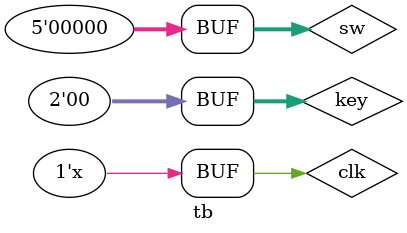
<source format=v>
module tb;
	reg clk = 0;
	reg [4:0] sw =0;
	reg [1:0] key =0;
	wire [7:0] led;
	
de0_nano_soc_baseline counter(clk, key, led, sw);

always #5 clk <= ~clk;

initial begin
	#10 key = 2'b00;
	#10 key = 2'b01;
	#10 key = 2'b00;
	
	#10 key = 2'b01;
	#10 key = 2'b00;
	
	#10 key = 2'b01;	
	#30 key = 2'b00;
end

endmodule
</source>
